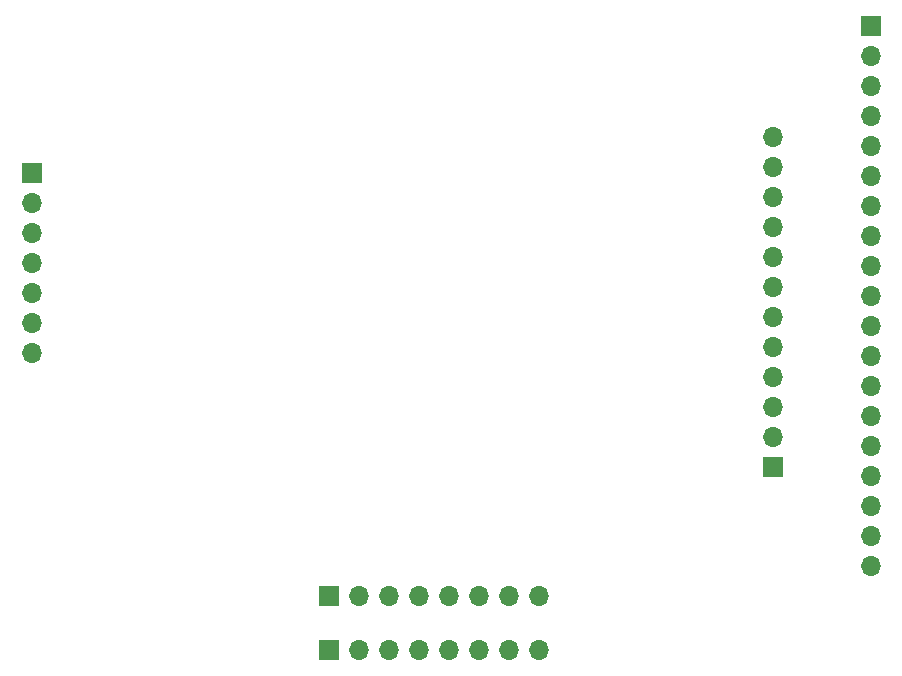
<source format=gbr>
%TF.GenerationSoftware,KiCad,Pcbnew,(6.0.0-0)*%
%TF.CreationDate,2022-03-09T10:25:03-05:00*%
%TF.ProjectId,Backplane-Instruction-Reg-2022,4261636b-706c-4616-9e65-2d496e737472,rev?*%
%TF.SameCoordinates,Original*%
%TF.FileFunction,Soldermask,Top*%
%TF.FilePolarity,Negative*%
%FSLAX46Y46*%
G04 Gerber Fmt 4.6, Leading zero omitted, Abs format (unit mm)*
G04 Created by KiCad (PCBNEW (6.0.0-0)) date 2022-03-09 10:25:03*
%MOMM*%
%LPD*%
G01*
G04 APERTURE LIST*
%ADD10R,1.700000X1.700000*%
%ADD11O,1.700000X1.700000*%
G04 APERTURE END LIST*
D10*
%TO.C,J4*%
X185109000Y-71130000D03*
D11*
X185109000Y-73670000D03*
X185109000Y-76210000D03*
X185109000Y-78750000D03*
X185109000Y-81290000D03*
X185109000Y-83830000D03*
X185109000Y-86370000D03*
X185109000Y-88910000D03*
X185109000Y-91450000D03*
X185109000Y-93990000D03*
X185109000Y-96530000D03*
X185109000Y-99070000D03*
X185109000Y-101610000D03*
X185109000Y-104150000D03*
X185109000Y-106690000D03*
X185109000Y-109230000D03*
X185109000Y-111770000D03*
X185109000Y-114310000D03*
X185109000Y-116850000D03*
%TD*%
D10*
%TO.C,J5*%
X114046000Y-83561000D03*
D11*
X114046000Y-86101000D03*
X114046000Y-88641000D03*
X114046000Y-91181000D03*
X114046000Y-93721000D03*
X114046000Y-96261000D03*
X114046000Y-98801000D03*
%TD*%
D10*
%TO.C,J3*%
X176784000Y-108463000D03*
D11*
X176784000Y-105923000D03*
X176784000Y-103383000D03*
X176784000Y-100843000D03*
X176784000Y-98303000D03*
X176784000Y-95763000D03*
X176784000Y-93223000D03*
X176784000Y-90683000D03*
X176784000Y-88143000D03*
X176784000Y-85603000D03*
X176784000Y-83063000D03*
X176784000Y-80523000D03*
%TD*%
D10*
%TO.C,J2*%
X139200834Y-119380000D03*
D11*
X141740834Y-119380000D03*
X144280834Y-119380000D03*
X146820834Y-119380000D03*
X149360834Y-119380000D03*
X151900834Y-119380000D03*
X154440834Y-119380000D03*
X156980834Y-119380000D03*
%TD*%
D10*
%TO.C,J1*%
X139192000Y-123952000D03*
D11*
X141732000Y-123952000D03*
X144272000Y-123952000D03*
X146812000Y-123952000D03*
X149352000Y-123952000D03*
X151892000Y-123952000D03*
X154432000Y-123952000D03*
X156972000Y-123952000D03*
%TD*%
M02*

</source>
